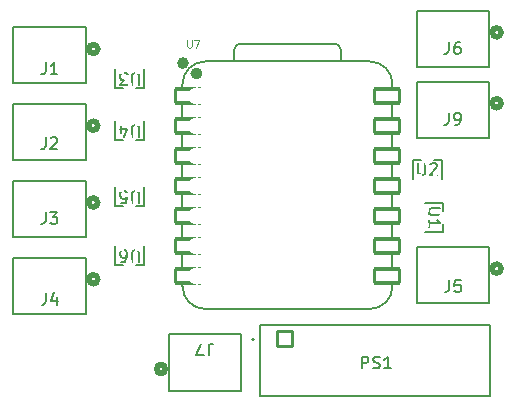
<source format=gto>
%TF.GenerationSoftware,KiCad,Pcbnew,9.0.0*%
%TF.CreationDate,2025-09-04T17:25:07-04:00*%
%TF.ProjectId,OlfactoryDisplay,4f6c6661-6374-46f7-9279-446973706c61,rev?*%
%TF.SameCoordinates,Original*%
%TF.FileFunction,Legend,Top*%
%TF.FilePolarity,Positive*%
%FSLAX46Y46*%
G04 Gerber Fmt 4.6, Leading zero omitted, Abs format (unit mm)*
G04 Created by KiCad (PCBNEW 9.0.0) date 2025-09-04 17:25:07*
%MOMM*%
%LPD*%
G01*
G04 APERTURE LIST*
G04 Aperture macros list*
%AMRoundRect*
0 Rectangle with rounded corners*
0 $1 Rounding radius*
0 $2 $3 $4 $5 $6 $7 $8 $9 X,Y pos of 4 corners*
0 Add a 4 corners polygon primitive as box body*
4,1,4,$2,$3,$4,$5,$6,$7,$8,$9,$2,$3,0*
0 Add four circle primitives for the rounded corners*
1,1,$1+$1,$2,$3*
1,1,$1+$1,$4,$5*
1,1,$1+$1,$6,$7*
1,1,$1+$1,$8,$9*
0 Add four rect primitives between the rounded corners*
20,1,$1+$1,$2,$3,$4,$5,0*
20,1,$1+$1,$4,$5,$6,$7,0*
20,1,$1+$1,$6,$7,$8,$9,0*
20,1,$1+$1,$8,$9,$2,$3,0*%
G04 Aperture macros list end*
%ADD10C,0.150000*%
%ADD11C,0.101600*%
%ADD12C,0.152400*%
%ADD13C,0.508000*%
%ADD14C,0.127000*%
%ADD15C,0.100000*%
%ADD16C,0.504000*%
%ADD17C,0.200000*%
%ADD18C,1.270000*%
%ADD19R,0.457200X1.117600*%
%ADD20R,1.117600X0.457200*%
%ADD21RoundRect,0.152400X1.063600X0.609600X-1.063600X0.609600X-1.063600X-0.609600X1.063600X-0.609600X0*%
%ADD22C,1.524000*%
%ADD23RoundRect,0.152400X-1.063600X-0.609600X1.063600X-0.609600X1.063600X0.609600X-1.063600X0.609600X0*%
%ADD24RoundRect,0.102000X-0.644000X-0.644000X0.644000X-0.644000X0.644000X0.644000X-0.644000X0.644000X0*%
%ADD25C,1.492000*%
G04 APERTURE END LIST*
D10*
X83516668Y-70716917D02*
X83516668Y-71431202D01*
X83516668Y-71431202D02*
X83469049Y-71574059D01*
X83469049Y-71574059D02*
X83373811Y-71669298D01*
X83373811Y-71669298D02*
X83230954Y-71716917D01*
X83230954Y-71716917D02*
X83135716Y-71716917D01*
X83897621Y-70716917D02*
X84516668Y-70716917D01*
X84516668Y-70716917D02*
X84183335Y-71097869D01*
X84183335Y-71097869D02*
X84326192Y-71097869D01*
X84326192Y-71097869D02*
X84421430Y-71145488D01*
X84421430Y-71145488D02*
X84469049Y-71193107D01*
X84469049Y-71193107D02*
X84516668Y-71288345D01*
X84516668Y-71288345D02*
X84516668Y-71526440D01*
X84516668Y-71526440D02*
X84469049Y-71621678D01*
X84469049Y-71621678D02*
X84421430Y-71669298D01*
X84421430Y-71669298D02*
X84326192Y-71716917D01*
X84326192Y-71716917D02*
X84040478Y-71716917D01*
X84040478Y-71716917D02*
X83945240Y-71669298D01*
X83945240Y-71669298D02*
X83897621Y-71621678D01*
X115088096Y-66553119D02*
X115088096Y-67362642D01*
X115088096Y-67362642D02*
X115135715Y-67457880D01*
X115135715Y-67457880D02*
X115183334Y-67505500D01*
X115183334Y-67505500D02*
X115278572Y-67553119D01*
X115278572Y-67553119D02*
X115469048Y-67553119D01*
X115469048Y-67553119D02*
X115564286Y-67505500D01*
X115564286Y-67505500D02*
X115611905Y-67457880D01*
X115611905Y-67457880D02*
X115659524Y-67362642D01*
X115659524Y-67362642D02*
X115659524Y-66553119D01*
X116088096Y-66648357D02*
X116135715Y-66600738D01*
X116135715Y-66600738D02*
X116230953Y-66553119D01*
X116230953Y-66553119D02*
X116469048Y-66553119D01*
X116469048Y-66553119D02*
X116564286Y-66600738D01*
X116564286Y-66600738D02*
X116611905Y-66648357D01*
X116611905Y-66648357D02*
X116659524Y-66743595D01*
X116659524Y-66743595D02*
X116659524Y-66838833D01*
X116659524Y-66838833D02*
X116611905Y-66981690D01*
X116611905Y-66981690D02*
X116040477Y-67553119D01*
X116040477Y-67553119D02*
X116659524Y-67553119D01*
X83516667Y-64382918D02*
X83516667Y-65097203D01*
X83516667Y-65097203D02*
X83469048Y-65240060D01*
X83469048Y-65240060D02*
X83373810Y-65335299D01*
X83373810Y-65335299D02*
X83230953Y-65382918D01*
X83230953Y-65382918D02*
X83135715Y-65382918D01*
X83945239Y-64478156D02*
X83992858Y-64430537D01*
X83992858Y-64430537D02*
X84088096Y-64382918D01*
X84088096Y-64382918D02*
X84326191Y-64382918D01*
X84326191Y-64382918D02*
X84421429Y-64430537D01*
X84421429Y-64430537D02*
X84469048Y-64478156D01*
X84469048Y-64478156D02*
X84516667Y-64573394D01*
X84516667Y-64573394D02*
X84516667Y-64668632D01*
X84516667Y-64668632D02*
X84469048Y-64811489D01*
X84469048Y-64811489D02*
X83897620Y-65382918D01*
X83897620Y-65382918D02*
X84516667Y-65382918D01*
X116946880Y-70388094D02*
X116137357Y-70388094D01*
X116137357Y-70388094D02*
X116042119Y-70435713D01*
X116042119Y-70435713D02*
X115994500Y-70483332D01*
X115994500Y-70483332D02*
X115946880Y-70578570D01*
X115946880Y-70578570D02*
X115946880Y-70769046D01*
X115946880Y-70769046D02*
X115994500Y-70864284D01*
X115994500Y-70864284D02*
X116042119Y-70911903D01*
X116042119Y-70911903D02*
X116137357Y-70959522D01*
X116137357Y-70959522D02*
X116946880Y-70959522D01*
X115946880Y-71959522D02*
X115946880Y-71388094D01*
X115946880Y-71673808D02*
X116946880Y-71673808D01*
X116946880Y-71673808D02*
X116804023Y-71578570D01*
X116804023Y-71578570D02*
X116708785Y-71483332D01*
X116708785Y-71483332D02*
X116661166Y-71388094D01*
D11*
X95516190Y-56153479D02*
X95516190Y-56667526D01*
X95516190Y-56667526D02*
X95546428Y-56728002D01*
X95546428Y-56728002D02*
X95576666Y-56758241D01*
X95576666Y-56758241D02*
X95637142Y-56788479D01*
X95637142Y-56788479D02*
X95758095Y-56788479D01*
X95758095Y-56788479D02*
X95818571Y-56758241D01*
X95818571Y-56758241D02*
X95848809Y-56728002D01*
X95848809Y-56728002D02*
X95879047Y-56667526D01*
X95879047Y-56667526D02*
X95879047Y-56153479D01*
X96120952Y-56153479D02*
X96544285Y-56153479D01*
X96544285Y-56153479D02*
X96272142Y-56788479D01*
D10*
X117666666Y-62315217D02*
X117666666Y-63029502D01*
X117666666Y-63029502D02*
X117619047Y-63172359D01*
X117619047Y-63172359D02*
X117523809Y-63267598D01*
X117523809Y-63267598D02*
X117380952Y-63315217D01*
X117380952Y-63315217D02*
X117285714Y-63315217D01*
X118190476Y-63315217D02*
X118380952Y-63315217D01*
X118380952Y-63315217D02*
X118476190Y-63267598D01*
X118476190Y-63267598D02*
X118523809Y-63219978D01*
X118523809Y-63219978D02*
X118619047Y-63077121D01*
X118619047Y-63077121D02*
X118666666Y-62886645D01*
X118666666Y-62886645D02*
X118666666Y-62505693D01*
X118666666Y-62505693D02*
X118619047Y-62410455D01*
X118619047Y-62410455D02*
X118571428Y-62362836D01*
X118571428Y-62362836D02*
X118476190Y-62315217D01*
X118476190Y-62315217D02*
X118285714Y-62315217D01*
X118285714Y-62315217D02*
X118190476Y-62362836D01*
X118190476Y-62362836D02*
X118142857Y-62410455D01*
X118142857Y-62410455D02*
X118095238Y-62505693D01*
X118095238Y-62505693D02*
X118095238Y-62743788D01*
X118095238Y-62743788D02*
X118142857Y-62839026D01*
X118142857Y-62839026D02*
X118190476Y-62886645D01*
X118190476Y-62886645D02*
X118285714Y-62934264D01*
X118285714Y-62934264D02*
X118476190Y-62934264D01*
X118476190Y-62934264D02*
X118571428Y-62886645D01*
X118571428Y-62886645D02*
X118619047Y-62839026D01*
X118619047Y-62839026D02*
X118666666Y-62743788D01*
X110285714Y-83954819D02*
X110285714Y-82954819D01*
X110285714Y-82954819D02*
X110666666Y-82954819D01*
X110666666Y-82954819D02*
X110761904Y-83002438D01*
X110761904Y-83002438D02*
X110809523Y-83050057D01*
X110809523Y-83050057D02*
X110857142Y-83145295D01*
X110857142Y-83145295D02*
X110857142Y-83288152D01*
X110857142Y-83288152D02*
X110809523Y-83383390D01*
X110809523Y-83383390D02*
X110761904Y-83431009D01*
X110761904Y-83431009D02*
X110666666Y-83478628D01*
X110666666Y-83478628D02*
X110285714Y-83478628D01*
X111238095Y-83907200D02*
X111380952Y-83954819D01*
X111380952Y-83954819D02*
X111619047Y-83954819D01*
X111619047Y-83954819D02*
X111714285Y-83907200D01*
X111714285Y-83907200D02*
X111761904Y-83859580D01*
X111761904Y-83859580D02*
X111809523Y-83764342D01*
X111809523Y-83764342D02*
X111809523Y-83669104D01*
X111809523Y-83669104D02*
X111761904Y-83573866D01*
X111761904Y-83573866D02*
X111714285Y-83526247D01*
X111714285Y-83526247D02*
X111619047Y-83478628D01*
X111619047Y-83478628D02*
X111428571Y-83431009D01*
X111428571Y-83431009D02*
X111333333Y-83383390D01*
X111333333Y-83383390D02*
X111285714Y-83335771D01*
X111285714Y-83335771D02*
X111238095Y-83240533D01*
X111238095Y-83240533D02*
X111238095Y-83145295D01*
X111238095Y-83145295D02*
X111285714Y-83050057D01*
X111285714Y-83050057D02*
X111333333Y-83002438D01*
X111333333Y-83002438D02*
X111428571Y-82954819D01*
X111428571Y-82954819D02*
X111666666Y-82954819D01*
X111666666Y-82954819D02*
X111809523Y-83002438D01*
X112761904Y-83954819D02*
X112190476Y-83954819D01*
X112476190Y-83954819D02*
X112476190Y-82954819D01*
X112476190Y-82954819D02*
X112380952Y-83097676D01*
X112380952Y-83097676D02*
X112285714Y-83192914D01*
X112285714Y-83192914D02*
X112190476Y-83240533D01*
X117666666Y-56315217D02*
X117666666Y-57029502D01*
X117666666Y-57029502D02*
X117619047Y-57172359D01*
X117619047Y-57172359D02*
X117523809Y-57267598D01*
X117523809Y-57267598D02*
X117380952Y-57315217D01*
X117380952Y-57315217D02*
X117285714Y-57315217D01*
X118571428Y-56315217D02*
X118380952Y-56315217D01*
X118380952Y-56315217D02*
X118285714Y-56362836D01*
X118285714Y-56362836D02*
X118238095Y-56410455D01*
X118238095Y-56410455D02*
X118142857Y-56553312D01*
X118142857Y-56553312D02*
X118095238Y-56743788D01*
X118095238Y-56743788D02*
X118095238Y-57124740D01*
X118095238Y-57124740D02*
X118142857Y-57219978D01*
X118142857Y-57219978D02*
X118190476Y-57267598D01*
X118190476Y-57267598D02*
X118285714Y-57315217D01*
X118285714Y-57315217D02*
X118476190Y-57315217D01*
X118476190Y-57315217D02*
X118571428Y-57267598D01*
X118571428Y-57267598D02*
X118619047Y-57219978D01*
X118619047Y-57219978D02*
X118666666Y-57124740D01*
X118666666Y-57124740D02*
X118666666Y-56886645D01*
X118666666Y-56886645D02*
X118619047Y-56791407D01*
X118619047Y-56791407D02*
X118571428Y-56743788D01*
X118571428Y-56743788D02*
X118476190Y-56696169D01*
X118476190Y-56696169D02*
X118285714Y-56696169D01*
X118285714Y-56696169D02*
X118190476Y-56743788D01*
X118190476Y-56743788D02*
X118142857Y-56791407D01*
X118142857Y-56791407D02*
X118095238Y-56886645D01*
X83556166Y-77548919D02*
X83556166Y-78263204D01*
X83556166Y-78263204D02*
X83508547Y-78406061D01*
X83508547Y-78406061D02*
X83413309Y-78501300D01*
X83413309Y-78501300D02*
X83270452Y-78548919D01*
X83270452Y-78548919D02*
X83175214Y-78548919D01*
X84460928Y-77882252D02*
X84460928Y-78548919D01*
X84222833Y-77501300D02*
X83984738Y-78215585D01*
X83984738Y-78215585D02*
X84603785Y-78215585D01*
X91411903Y-59946880D02*
X91411903Y-59137357D01*
X91411903Y-59137357D02*
X91364284Y-59042119D01*
X91364284Y-59042119D02*
X91316665Y-58994500D01*
X91316665Y-58994500D02*
X91221427Y-58946880D01*
X91221427Y-58946880D02*
X91030951Y-58946880D01*
X91030951Y-58946880D02*
X90935713Y-58994500D01*
X90935713Y-58994500D02*
X90888094Y-59042119D01*
X90888094Y-59042119D02*
X90840475Y-59137357D01*
X90840475Y-59137357D02*
X90840475Y-59946880D01*
X90459522Y-59946880D02*
X89840475Y-59946880D01*
X89840475Y-59946880D02*
X90173808Y-59565928D01*
X90173808Y-59565928D02*
X90030951Y-59565928D01*
X90030951Y-59565928D02*
X89935713Y-59518309D01*
X89935713Y-59518309D02*
X89888094Y-59470690D01*
X89888094Y-59470690D02*
X89840475Y-59375452D01*
X89840475Y-59375452D02*
X89840475Y-59137357D01*
X89840475Y-59137357D02*
X89888094Y-59042119D01*
X89888094Y-59042119D02*
X89935713Y-58994500D01*
X89935713Y-58994500D02*
X90030951Y-58946880D01*
X90030951Y-58946880D02*
X90316665Y-58946880D01*
X90316665Y-58946880D02*
X90411903Y-58994500D01*
X90411903Y-58994500D02*
X90459522Y-59042119D01*
X91411903Y-69946880D02*
X91411903Y-69137357D01*
X91411903Y-69137357D02*
X91364284Y-69042119D01*
X91364284Y-69042119D02*
X91316665Y-68994500D01*
X91316665Y-68994500D02*
X91221427Y-68946880D01*
X91221427Y-68946880D02*
X91030951Y-68946880D01*
X91030951Y-68946880D02*
X90935713Y-68994500D01*
X90935713Y-68994500D02*
X90888094Y-69042119D01*
X90888094Y-69042119D02*
X90840475Y-69137357D01*
X90840475Y-69137357D02*
X90840475Y-69946880D01*
X89888094Y-69946880D02*
X90364284Y-69946880D01*
X90364284Y-69946880D02*
X90411903Y-69470690D01*
X90411903Y-69470690D02*
X90364284Y-69518309D01*
X90364284Y-69518309D02*
X90269046Y-69565928D01*
X90269046Y-69565928D02*
X90030951Y-69565928D01*
X90030951Y-69565928D02*
X89935713Y-69518309D01*
X89935713Y-69518309D02*
X89888094Y-69470690D01*
X89888094Y-69470690D02*
X89840475Y-69375452D01*
X89840475Y-69375452D02*
X89840475Y-69137357D01*
X89840475Y-69137357D02*
X89888094Y-69042119D01*
X89888094Y-69042119D02*
X89935713Y-68994500D01*
X89935713Y-68994500D02*
X90030951Y-68946880D01*
X90030951Y-68946880D02*
X90269046Y-68946880D01*
X90269046Y-68946880D02*
X90364284Y-68994500D01*
X90364284Y-68994500D02*
X90411903Y-69042119D01*
X91411903Y-64348580D02*
X91411903Y-63539057D01*
X91411903Y-63539057D02*
X91364284Y-63443819D01*
X91364284Y-63443819D02*
X91316665Y-63396200D01*
X91316665Y-63396200D02*
X91221427Y-63348580D01*
X91221427Y-63348580D02*
X91030951Y-63348580D01*
X91030951Y-63348580D02*
X90935713Y-63396200D01*
X90935713Y-63396200D02*
X90888094Y-63443819D01*
X90888094Y-63443819D02*
X90840475Y-63539057D01*
X90840475Y-63539057D02*
X90840475Y-64348580D01*
X89935713Y-64015247D02*
X89935713Y-63348580D01*
X90173808Y-64396200D02*
X90411903Y-63681914D01*
X90411903Y-63681914D02*
X89792856Y-63681914D01*
X83516667Y-58048919D02*
X83516667Y-58763204D01*
X83516667Y-58763204D02*
X83469048Y-58906061D01*
X83469048Y-58906061D02*
X83373810Y-59001300D01*
X83373810Y-59001300D02*
X83230953Y-59048919D01*
X83230953Y-59048919D02*
X83135715Y-59048919D01*
X84516667Y-59048919D02*
X83945239Y-59048919D01*
X84230953Y-59048919D02*
X84230953Y-58048919D01*
X84230953Y-58048919D02*
X84135715Y-58191776D01*
X84135715Y-58191776D02*
X84040477Y-58287014D01*
X84040477Y-58287014D02*
X83945239Y-58334633D01*
X97333332Y-82852780D02*
X97333332Y-82138495D01*
X97333332Y-82138495D02*
X97380951Y-81995638D01*
X97380951Y-81995638D02*
X97476189Y-81900400D01*
X97476189Y-81900400D02*
X97619046Y-81852780D01*
X97619046Y-81852780D02*
X97714284Y-81852780D01*
X96952379Y-82852780D02*
X96285713Y-82852780D01*
X96285713Y-82852780D02*
X96714284Y-81852780D01*
X117706166Y-76481217D02*
X117706166Y-77195502D01*
X117706166Y-77195502D02*
X117658547Y-77338359D01*
X117658547Y-77338359D02*
X117563309Y-77433598D01*
X117563309Y-77433598D02*
X117420452Y-77481217D01*
X117420452Y-77481217D02*
X117325214Y-77481217D01*
X118658547Y-76481217D02*
X118182357Y-76481217D01*
X118182357Y-76481217D02*
X118134738Y-76957407D01*
X118134738Y-76957407D02*
X118182357Y-76909788D01*
X118182357Y-76909788D02*
X118277595Y-76862169D01*
X118277595Y-76862169D02*
X118515690Y-76862169D01*
X118515690Y-76862169D02*
X118610928Y-76909788D01*
X118610928Y-76909788D02*
X118658547Y-76957407D01*
X118658547Y-76957407D02*
X118706166Y-77052645D01*
X118706166Y-77052645D02*
X118706166Y-77290740D01*
X118706166Y-77290740D02*
X118658547Y-77385978D01*
X118658547Y-77385978D02*
X118610928Y-77433598D01*
X118610928Y-77433598D02*
X118515690Y-77481217D01*
X118515690Y-77481217D02*
X118277595Y-77481217D01*
X118277595Y-77481217D02*
X118182357Y-77433598D01*
X118182357Y-77433598D02*
X118134738Y-77385978D01*
X91411903Y-74946880D02*
X91411903Y-74137357D01*
X91411903Y-74137357D02*
X91364284Y-74042119D01*
X91364284Y-74042119D02*
X91316665Y-73994500D01*
X91316665Y-73994500D02*
X91221427Y-73946880D01*
X91221427Y-73946880D02*
X91030951Y-73946880D01*
X91030951Y-73946880D02*
X90935713Y-73994500D01*
X90935713Y-73994500D02*
X90888094Y-74042119D01*
X90888094Y-74042119D02*
X90840475Y-74137357D01*
X90840475Y-74137357D02*
X90840475Y-74946880D01*
X89935713Y-74946880D02*
X90126189Y-74946880D01*
X90126189Y-74946880D02*
X90221427Y-74899261D01*
X90221427Y-74899261D02*
X90269046Y-74851642D01*
X90269046Y-74851642D02*
X90364284Y-74708785D01*
X90364284Y-74708785D02*
X90411903Y-74518309D01*
X90411903Y-74518309D02*
X90411903Y-74137357D01*
X90411903Y-74137357D02*
X90364284Y-74042119D01*
X90364284Y-74042119D02*
X90316665Y-73994500D01*
X90316665Y-73994500D02*
X90221427Y-73946880D01*
X90221427Y-73946880D02*
X90030951Y-73946880D01*
X90030951Y-73946880D02*
X89935713Y-73994500D01*
X89935713Y-73994500D02*
X89888094Y-74042119D01*
X89888094Y-74042119D02*
X89840475Y-74137357D01*
X89840475Y-74137357D02*
X89840475Y-74375452D01*
X89840475Y-74375452D02*
X89888094Y-74470690D01*
X89888094Y-74470690D02*
X89935713Y-74518309D01*
X89935713Y-74518309D02*
X90030951Y-74565928D01*
X90030951Y-74565928D02*
X90221427Y-74565928D01*
X90221427Y-74565928D02*
X90316665Y-74518309D01*
X90316665Y-74518309D02*
X90364284Y-74470690D01*
X90364284Y-74470690D02*
X90411903Y-74375452D01*
D12*
%TO.C,J3*%
X80776602Y-68074700D02*
X80776602Y-72824501D01*
X80776602Y-72824501D02*
X86923402Y-72824501D01*
X86923402Y-68074700D02*
X80776602Y-68074700D01*
X86923402Y-72824501D02*
X86923402Y-68074700D01*
D13*
X87939402Y-69901700D02*
G75*
G02*
X87177402Y-69901700I-381000J0D01*
G01*
X87177402Y-69901700D02*
G75*
G02*
X87939402Y-69901700I381000J0D01*
G01*
D12*
%TO.C,U2*%
X114618101Y-66298200D02*
X114618101Y-67898400D01*
X115288661Y-66298200D02*
X114618101Y-66298200D01*
X117081901Y-66298200D02*
X116411341Y-66298200D01*
X117081901Y-67898400D02*
X117081901Y-66298200D01*
%TO.C,J2*%
X80776601Y-61574700D02*
X80776601Y-66324501D01*
X80776601Y-66324501D02*
X86923401Y-66324501D01*
X86923401Y-61574700D02*
X80776601Y-61574700D01*
X86923401Y-66324501D02*
X86923401Y-61574700D01*
D13*
X87939401Y-63401700D02*
G75*
G02*
X87177401Y-63401700I-381000J0D01*
G01*
X87177401Y-63401700D02*
G75*
G02*
X87939401Y-63401700I381000J0D01*
G01*
D12*
%TO.C,U1*%
X115601600Y-72381899D02*
X117201800Y-72381899D01*
X117201800Y-69918099D02*
X115601600Y-69918099D01*
X117201800Y-70588659D02*
X117201800Y-69918099D01*
X117201800Y-72381899D02*
X117201800Y-71711339D01*
D14*
%TO.C,U7*%
X95110000Y-77009000D02*
X95110000Y-59864000D01*
X97015000Y-78914000D02*
X110985000Y-78914000D01*
X99505000Y-57959000D02*
X99508728Y-56948728D01*
X100008728Y-56449000D02*
X108004000Y-56449000D01*
X108504000Y-56949000D02*
X108504000Y-57959000D01*
D15*
X110985000Y-57959000D02*
X97015000Y-57959000D01*
D14*
X110985000Y-57959000D02*
X97015000Y-57959000D01*
X112890000Y-77009000D02*
X112890000Y-59864000D01*
X95110000Y-59864000D02*
G75*
G02*
X97015000Y-57959000I1905001J-1D01*
G01*
X97015000Y-78914000D02*
G75*
G02*
X95110000Y-77009000I1J1905001D01*
G01*
X99508728Y-56948728D02*
G75*
G02*
X100008728Y-56449001I500018J-291D01*
G01*
X108004000Y-56449000D02*
G75*
G02*
X108504000Y-56949000I-100J-500100D01*
G01*
X110985000Y-57959000D02*
G75*
G02*
X112890000Y-59864000I0J-1905000D01*
G01*
X112890000Y-77009000D02*
G75*
G02*
X110985000Y-78914000I-1905000J0D01*
G01*
D16*
X95402000Y-58100000D02*
G75*
G02*
X94898000Y-58100000I-252000J0D01*
G01*
X94898000Y-58100000D02*
G75*
G02*
X95402000Y-58100000I252000J0D01*
G01*
X96545000Y-58980000D02*
G75*
G02*
X96041000Y-58980000I-252000J0D01*
G01*
X96041000Y-58980000D02*
G75*
G02*
X96545000Y-58980000I252000J0D01*
G01*
D12*
%TO.C,J9*%
X114926600Y-59673000D02*
X114926600Y-64422801D01*
X114926600Y-64422801D02*
X121073400Y-64422801D01*
X121073400Y-59673000D02*
X114926600Y-59673000D01*
X121073400Y-64422801D02*
X121073400Y-59673000D01*
D13*
X122089400Y-61500000D02*
G75*
G02*
X121327400Y-61500000I-381000J0D01*
G01*
X121327400Y-61500000D02*
G75*
G02*
X122089400Y-61500000I381000J0D01*
G01*
D14*
%TO.C,PS1*%
X101630000Y-80250000D02*
X121130000Y-80250000D01*
X101630000Y-86250000D02*
X101630000Y-80250000D01*
X121130000Y-80250000D02*
X121130000Y-86250000D01*
X121130000Y-86250000D02*
X101630000Y-86250000D01*
D17*
X101180000Y-81500000D02*
G75*
G02*
X100980000Y-81500000I-100000J0D01*
G01*
X100980000Y-81500000D02*
G75*
G02*
X101180000Y-81500000I100000J0D01*
G01*
D12*
%TO.C,J6*%
X114926600Y-53673000D02*
X114926600Y-58422801D01*
X114926600Y-58422801D02*
X121073400Y-58422801D01*
X121073400Y-53673000D02*
X114926600Y-53673000D01*
X121073400Y-58422801D02*
X121073400Y-53673000D01*
D13*
X122089400Y-55500000D02*
G75*
G02*
X121327400Y-55500000I-381000J0D01*
G01*
X121327400Y-55500000D02*
G75*
G02*
X122089400Y-55500000I381000J0D01*
G01*
D12*
%TO.C,J4*%
X80776601Y-74574700D02*
X80776601Y-79324501D01*
X80776601Y-79324501D02*
X86923401Y-79324501D01*
X86923401Y-74574700D02*
X80776601Y-74574700D01*
X86923401Y-79324501D02*
X86923401Y-74574700D01*
D13*
X87939401Y-76401700D02*
G75*
G02*
X87177401Y-76401700I-381000J0D01*
G01*
X87177401Y-76401700D02*
G75*
G02*
X87939401Y-76401700I381000J0D01*
G01*
D12*
%TO.C,U3*%
X89418099Y-58601600D02*
X89418099Y-60201800D01*
X89418099Y-60201800D02*
X90088659Y-60201800D01*
X91211339Y-60201800D02*
X91881899Y-60201800D01*
X91881899Y-60201800D02*
X91881899Y-58601600D01*
%TO.C,U5*%
X89418099Y-68601600D02*
X89418099Y-70201800D01*
X89418099Y-70201800D02*
X90088659Y-70201800D01*
X91211339Y-70201800D02*
X91881899Y-70201800D01*
X91881899Y-70201800D02*
X91881899Y-68601600D01*
%TO.C,U4*%
X89418099Y-63003300D02*
X89418099Y-64603500D01*
X89418099Y-64603500D02*
X90088659Y-64603500D01*
X91211339Y-64603500D02*
X91881899Y-64603500D01*
X91881899Y-64603500D02*
X91881899Y-63003300D01*
%TO.C,J1*%
X80776601Y-55074700D02*
X80776601Y-59824501D01*
X80776601Y-59824501D02*
X86923401Y-59824501D01*
X86923401Y-55074700D02*
X80776601Y-55074700D01*
X86923401Y-59824501D02*
X86923401Y-55074700D01*
D13*
X87939401Y-56901700D02*
G75*
G02*
X87177401Y-56901700I-381000J0D01*
G01*
X87177401Y-56901700D02*
G75*
G02*
X87939401Y-56901700I381000J0D01*
G01*
D12*
%TO.C,J7*%
X93926599Y-81077199D02*
X93926599Y-85827000D01*
X93926599Y-85827000D02*
X100073399Y-85827000D01*
X100073399Y-81077199D02*
X93926599Y-81077199D01*
X100073399Y-85827000D02*
X100073399Y-81077199D01*
D13*
X93672599Y-84000000D02*
G75*
G02*
X92910599Y-84000000I-381000J0D01*
G01*
X92910599Y-84000000D02*
G75*
G02*
X93672599Y-84000000I381000J0D01*
G01*
D12*
%TO.C,J5*%
X114926601Y-73672999D02*
X114926601Y-78422800D01*
X114926601Y-78422800D02*
X121073401Y-78422800D01*
X121073401Y-73672999D02*
X114926601Y-73672999D01*
X121073401Y-78422800D02*
X121073401Y-73672999D01*
D13*
X122089401Y-75499999D02*
G75*
G02*
X121327401Y-75499999I-381000J0D01*
G01*
X121327401Y-75499999D02*
G75*
G02*
X122089401Y-75499999I381000J0D01*
G01*
D12*
%TO.C,U6*%
X89418099Y-73601600D02*
X89418099Y-75201800D01*
X89418099Y-75201800D02*
X90088659Y-75201800D01*
X91211339Y-75201800D02*
X91881899Y-75201800D01*
X91881899Y-75201800D02*
X91881899Y-73601600D01*
%TD*%
%LPC*%
D18*
%TO.C,J3*%
X84850002Y-69901700D03*
X82850001Y-69901700D03*
%TD*%
D19*
%TO.C,U2*%
X115200002Y-68000000D03*
X116500000Y-68000000D03*
X115850001Y-66196600D03*
%TD*%
D18*
%TO.C,J2*%
X84850001Y-63401700D03*
X82850000Y-63401700D03*
%TD*%
D20*
%TO.C,U1*%
X115500000Y-70500000D03*
X115500000Y-71799998D03*
X117303400Y-71149999D03*
%TD*%
D21*
%TO.C,U7*%
X95545000Y-60880000D03*
D22*
X96380000Y-60880000D03*
D21*
X95545000Y-63420000D03*
D22*
X96380000Y-63420000D03*
D21*
X95545000Y-65960000D03*
D22*
X96380000Y-65960000D03*
D21*
X95545000Y-68500000D03*
D22*
X96380000Y-68500000D03*
D21*
X95545000Y-71040000D03*
D22*
X96380000Y-71040000D03*
D21*
X95545000Y-73580000D03*
D22*
X96380000Y-73580000D03*
D21*
X95545000Y-76120000D03*
D22*
X96380000Y-76120000D03*
X111620000Y-76120000D03*
D23*
X112455000Y-76120000D03*
D22*
X111620000Y-73580000D03*
D23*
X112455000Y-73580000D03*
D22*
X111620000Y-71040000D03*
D23*
X112455000Y-71040000D03*
D22*
X111620000Y-68500000D03*
D23*
X112455000Y-68500000D03*
D22*
X111620000Y-65960000D03*
D23*
X112455000Y-65960000D03*
D22*
X111620000Y-63420000D03*
D23*
X112455000Y-63420000D03*
D22*
X111620000Y-60880000D03*
D23*
X112455000Y-60880000D03*
%TD*%
D18*
%TO.C,J9*%
X119000000Y-61500000D03*
X116999999Y-61500000D03*
%TD*%
D24*
%TO.C,PS1*%
X103760000Y-81500000D03*
D25*
X106300000Y-81500000D03*
X113920000Y-81500000D03*
X119000000Y-81500000D03*
%TD*%
D18*
%TO.C,J6*%
X119000000Y-55500000D03*
X116999999Y-55500000D03*
%TD*%
%TO.C,J4*%
X84850001Y-76401700D03*
X82850000Y-76401700D03*
%TD*%
D19*
%TO.C,U3*%
X91299998Y-58500000D03*
X90000000Y-58500000D03*
X90649999Y-60303400D03*
%TD*%
%TO.C,U5*%
X91299998Y-68500000D03*
X90000000Y-68500000D03*
X90649999Y-70303400D03*
%TD*%
%TO.C,U4*%
X91299998Y-62901700D03*
X90000000Y-62901700D03*
X90649999Y-64705100D03*
%TD*%
D18*
%TO.C,J1*%
X84850001Y-56901700D03*
X82850000Y-56901700D03*
%TD*%
%TO.C,J7*%
X95999999Y-84000000D03*
X98000000Y-84000000D03*
%TD*%
%TO.C,J5*%
X119000001Y-75499999D03*
X117000000Y-75499999D03*
%TD*%
D19*
%TO.C,U6*%
X91299998Y-73500000D03*
X90000000Y-73500000D03*
X90649999Y-75303400D03*
%TD*%
%LPD*%
M02*

</source>
